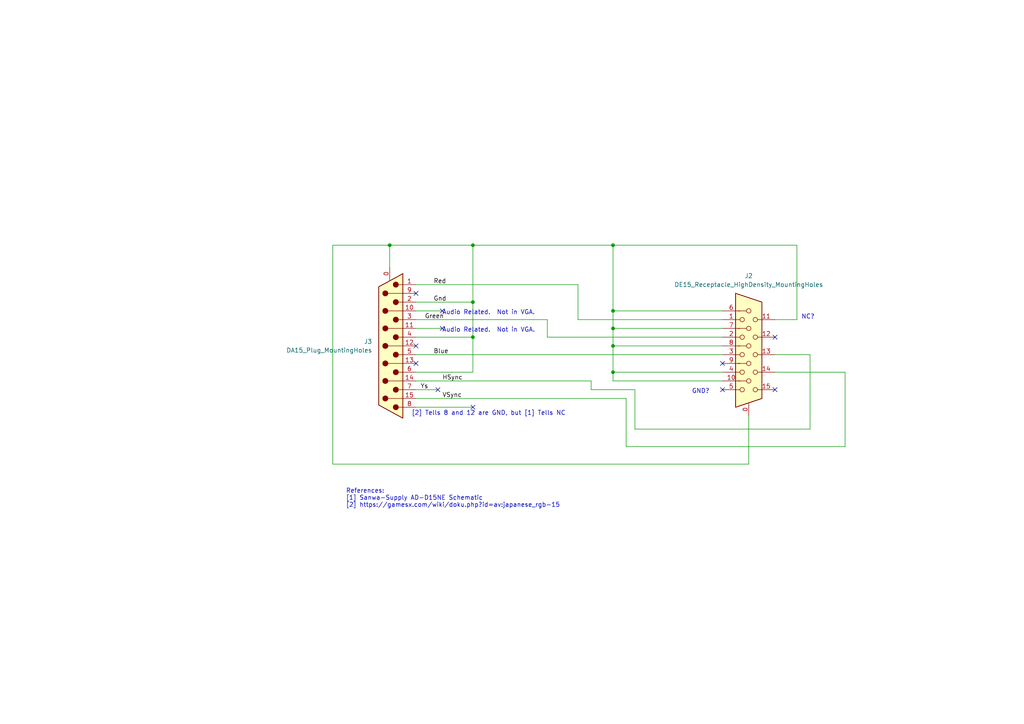
<source format=kicad_sch>
(kicad_sch (version 20230121) (generator eeschema)
  (paper "A4")
  (lib_symbols
    (symbol "Connector:DA15_Plug_MountingHoles" (pin_names (offset 1.016) hide)
      (property "Reference" "J" (at 0 24.13 0))
      (property "Value" "DA15_Plug_MountingHoles" (at 0 22.225 0))
      (symbol "DA15_Plug_MountingHoles_0_1"
        (circle (center -1.778 -17.78) (radius 0.762) (fill (type outline)))
        (circle (center -1.778 -12.7) (radius 0.762) (fill (type outline)))
        (circle (center -1.778 -7.62) (radius 0.762) (fill (type outline)))
        (circle (center -1.778 -2.54) (radius 0.762) (fill (type outline)))
        (circle (center -1.778 2.54) (radius 0.762) (fill (type outline)))
        (circle (center -1.778 7.62) (radius 0.762) (fill (type outline)))
        (circle (center -1.778 12.7) (radius 0.762) (fill (type outline)))
        (circle (center -1.778 17.78) (radius 0.762) (fill (type outline)))
        (polyline (pts (xy -3.81 -17.78) (xy -2.54 -17.78)))
        (polyline (pts (xy -3.81 -15.24) (xy 0.508 -15.24)))
        (polyline (pts (xy -3.81 -12.7) (xy -2.54 -12.7)))
        (polyline (pts (xy -3.81 -10.16) (xy 0.508 -10.16)))
        (polyline (pts (xy -3.81 -7.62) (xy -2.54 -7.62)))
        (polyline (pts (xy -3.81 -5.08) (xy 0.508 -5.08)))
        (polyline (pts (xy -3.81 -2.54) (xy -2.54 -2.54)))
        (polyline (pts (xy -3.81 0) (xy 0.508 0)))
        (polyline (pts (xy -3.81 2.54) (xy -2.54 2.54)))
        (polyline (pts (xy -3.81 5.08) (xy 0.508 5.08)))
        (polyline (pts (xy -3.81 7.62) (xy -2.54 7.62)))
        (polyline (pts (xy -3.81 10.16) (xy 0.508 10.16)))
        (polyline (pts (xy -3.81 12.7) (xy -2.54 12.7)))
        (polyline (pts (xy -3.81 15.24) (xy 0.508 15.24)))
        (polyline (pts (xy -3.81 17.78) (xy -2.54 17.78)))
        (polyline (pts (xy -3.81 -20.955) (xy 3.175 -17.145) (xy 3.175 17.145) (xy -3.81 20.955) (xy -3.81 -20.955)) (stroke (width 0.254)) (fill (type background)))
        (circle (center 1.27 -15.24) (radius 0.762) (fill (type outline)))
        (circle (center 1.27 -10.16) (radius 0.762) (fill (type outline)))
        (circle (center 1.27 -5.08) (radius 0.762) (fill (type outline)))
        (circle (center 1.27 0) (radius 0.762) (fill (type outline)))
        (circle (center 1.27 5.08) (radius 0.762) (fill (type outline)))
        (circle (center 1.27 10.16) (radius 0.762) (fill (type outline)))
        (circle (center 1.27 15.24) (radius 0.762) (fill (type outline)))
      )
      (symbol "DA15_Plug_MountingHoles_1_1"
        (pin passive line (at 0 -22.86 90) (length 3.81) (name "PAD") (number "0"))
        (pin passive line (at -7.62 -17.78 0) (length 3.81) (name "1") (number "1"))
        (pin passive line (at -7.62 -10.16 0) (length 3.81) (name "P10") (number "10"))
        (pin passive line (at -7.62 -5.08 0) (length 3.81) (name "P111") (number "11"))
        (pin passive line (at -7.62 0 0) (length 3.81) (name "P12") (number "12"))
        (pin passive line (at -7.62 5.08 0) (length 3.81) (name "P13") (number "13"))
        (pin passive line (at -7.62 10.16 0) (length 3.81) (name "P14") (number "14"))
        (pin passive line (at -7.62 15.24 0) (length 3.81) (name "P15") (number "15"))
        (pin passive line (at -7.62 -12.7 0) (length 3.81) (name "2") (number "2"))
        (pin passive line (at -7.62 -7.62 0) (length 3.81) (name "3") (number "3"))
        (pin passive line (at -7.62 -2.54 0) (length 3.81) (name "4") (number "4"))
        (pin passive line (at -7.62 2.54 0) (length 3.81) (name "5") (number "5"))
        (pin passive line (at -7.62 7.62 0) (length 3.81) (name "6") (number "6"))
        (pin passive line (at -7.62 12.7 0) (length 3.81) (name "7") (number "7"))
        (pin passive line (at -7.62 17.78 0) (length 3.81) (name "8") (number "8"))
        (pin passive line (at -7.62 -15.24 0) (length 3.81) (name "P9") (number "9"))
      )
    )
    (symbol "Connector:DE15_Receptacle_HighDensity_MountingHoles" (pin_names (offset 1.016) hide)
      (property "Reference" "J" (at 0 21.59 0))
      (property "Value" "DE15_Receptacle_HighDensity_MountingHoles" (at 0 19.05 0))
      (symbol "DE15_Receptacle_HighDensity_MountingHoles_0_1"
        (circle (center -1.905 -10.16) (radius 0.635))
        (circle (center -1.905 -5.08) (radius 0.635))
        (circle (center -1.905 0) (radius 0.635))
        (circle (center -1.905 5.08) (radius 0.635))
        (circle (center -1.905 10.16) (radius 0.635))
        (circle (center 0 -7.62) (radius 0.635))
        (circle (center 0 -2.54) (radius 0.635))
        (polyline (pts (xy -3.175 7.62) (xy -0.635 7.62)))
        (polyline (pts (xy -0.635 -7.62) (xy -3.175 -7.62)))
        (polyline (pts (xy -0.635 -2.54) (xy -3.175 -2.54)))
        (polyline (pts (xy -0.635 2.54) (xy -3.175 2.54)))
        (polyline (pts (xy -0.635 12.7) (xy -3.175 12.7)))
        (polyline (pts (xy -3.81 17.78) (xy -3.81 -15.24) (xy 3.81 -12.7) (xy 3.81 15.24) (xy -3.81 17.78)) (stroke (width 0.254)) (fill (type background)))
        (circle (center 0 2.54) (radius 0.635))
        (circle (center 0 7.62) (radius 0.635))
        (circle (center 0 12.7) (radius 0.635))
        (circle (center 1.905 -10.16) (radius 0.635))
        (circle (center 1.905 -5.08) (radius 0.635))
        (circle (center 1.905 0) (radius 0.635))
        (circle (center 1.905 5.08) (radius 0.635))
        (circle (center 1.905 10.16) (radius 0.635))
      )
      (symbol "DE15_Receptacle_HighDensity_MountingHoles_1_1"
        (pin passive line (at 0 -17.78 90) (length 3.81) (name "~") (number "0"))
        (pin passive line (at -7.62 10.16 0) (length 5.08) (name "~") (number "1"))
        (pin passive line (at -7.62 -7.62 0) (length 5.08) (name "~") (number "10"))
        (pin passive line (at 7.62 10.16 180) (length 5.08) (name "~") (number "11"))
        (pin passive line (at 7.62 5.08 180) (length 5.08) (name "~") (number "12"))
        (pin passive line (at 7.62 0 180) (length 5.08) (name "~") (number "13"))
        (pin passive line (at 7.62 -5.08 180) (length 5.08) (name "~") (number "14"))
        (pin passive line (at 7.62 -10.16 180) (length 5.08) (name "~") (number "15"))
        (pin passive line (at -7.62 5.08 0) (length 5.08) (name "~") (number "2"))
        (pin passive line (at -7.62 0 0) (length 5.08) (name "~") (number "3"))
        (pin passive line (at -7.62 -5.08 0) (length 5.08) (name "~") (number "4"))
        (pin passive line (at -7.62 -10.16 0) (length 5.08) (name "~") (number "5"))
        (pin passive line (at -7.62 12.7 0) (length 5.08) (name "~") (number "6"))
        (pin passive line (at -7.62 7.62 0) (length 5.08) (name "~") (number "7"))
        (pin passive line (at -7.62 2.54 0) (length 5.08) (name "~") (number "8"))
        (pin passive line (at -7.62 -2.54 0) (length 5.08) (name "~") (number "9"))
      )
    )
  )
  (junction (at 177.8 107.95))
  (junction (at 177.8 90.17))
  (junction (at 177.8 100.33))
  (junction (at 137.16 71.12))
  (junction (at 177.8 71.12))
  (junction (at 177.8 95.25))
  (junction (at 137.16 87.63))
  (junction (at 137.16 97.79))
  (junction (at 113.03 71.12))
  (no_connect (at 224.79 97.79))
  (no_connect (at 120.65 105.41))
  (no_connect (at 209.55 113.03))
  (no_connect (at 137.16 118.11))
  (no_connect (at 224.79 113.03))
  (no_connect (at 128.27 90.17))
  (no_connect (at 128.27 95.25))
  (no_connect (at 120.65 85.09))
  (no_connect (at 127 113.03))
  (no_connect (at 209.55 105.41))
  (no_connect (at 120.65 100.33))
  (wire (pts (xy 113.03 71.12) (xy 137.16 71.12)))
  (wire (pts (xy 177.8 71.12) (xy 137.16 71.12)))
  (wire (pts (xy 224.79 92.71) (xy 231.14 92.71)))
  (wire (pts (xy 120.65 115.57) (xy 181.61 115.57)))
  (wire (pts (xy 231.14 71.12) (xy 177.8 71.12)))
  (wire (pts (xy 120.65 107.95) (xy 137.16 107.95)))
  (wire (pts (xy 245.11 107.95) (xy 224.79 107.95)))
  (wire (pts (xy 120.65 110.49) (xy 171.45 110.49)))
  (wire (pts (xy 120.65 92.71) (xy 158.75 92.71)))
  (wire (pts (xy 158.75 97.79) (xy 209.55 97.79)))
  (wire (pts (xy 245.11 129.54) (xy 245.11 107.95)))
  (wire (pts (xy 177.8 107.95) (xy 177.8 100.33)))
  (wire (pts (xy 120.65 95.25) (xy 128.27 95.25)))
  (wire (pts (xy 184.15 113.03) (xy 184.15 124.46)))
  (wire (pts (xy 177.8 110.49) (xy 177.8 107.95)))
  (wire (pts (xy 177.8 100.33) (xy 177.8 95.25)))
  (wire (pts (xy 137.16 97.79) (xy 137.16 87.63)))
  (wire (pts (xy 120.65 97.79) (xy 137.16 97.79)))
  (wire (pts (xy 120.65 113.03) (xy 127 113.03)))
  (wire (pts (xy 167.64 82.55) (xy 167.64 92.71)))
  (wire (pts (xy 209.55 110.49) (xy 177.8 110.49)))
  (wire (pts (xy 158.75 92.71) (xy 158.75 97.79)))
  (wire (pts (xy 113.03 71.12) (xy 113.03 77.47)))
  (wire (pts (xy 209.55 107.95) (xy 177.8 107.95)))
  (wire (pts (xy 171.45 110.49) (xy 171.45 113.03)))
  (wire (pts (xy 181.61 129.54) (xy 245.11 129.54)))
  (wire (pts (xy 120.65 118.11) (xy 137.16 118.11)))
  (wire (pts (xy 120.65 102.87) (xy 209.55 102.87)))
  (wire (pts (xy 181.61 115.57) (xy 181.61 129.54)))
  (wire (pts (xy 137.16 71.12) (xy 137.16 87.63)))
  (wire (pts (xy 177.8 90.17) (xy 209.55 90.17)))
  (wire (pts (xy 120.65 90.17) (xy 128.27 90.17)))
  (wire (pts (xy 177.8 95.25) (xy 177.8 90.17)))
  (wire (pts (xy 177.8 90.17) (xy 177.8 71.12)))
  (wire (pts (xy 137.16 107.95) (xy 137.16 97.79)))
  (wire (pts (xy 177.8 95.25) (xy 209.55 95.25)))
  (wire (pts (xy 167.64 92.71) (xy 209.55 92.71)))
  (wire (pts (xy 96.52 134.62) (xy 217.17 134.62)))
  (wire (pts (xy 171.45 113.03) (xy 184.15 113.03)))
  (wire (pts (xy 177.8 100.33) (xy 209.55 100.33)))
  (wire (pts (xy 120.65 82.55) (xy 167.64 82.55)))
  (wire (pts (xy 96.52 71.12) (xy 96.52 134.62)))
  (wire (pts (xy 234.95 102.87) (xy 224.79 102.87)))
  (wire (pts (xy 113.03 71.12) (xy 96.52 71.12)))
  (wire (pts (xy 231.14 92.71) (xy 231.14 71.12)))
  (wire (pts (xy 217.17 134.62) (xy 217.17 120.65)))
  (wire (pts (xy 234.95 124.46) (xy 234.95 102.87)))
  (wire (pts (xy 184.15 124.46) (xy 234.95 124.46)))
  (wire (pts (xy 120.65 87.63) (xy 137.16 87.63)))
  (text "Audio Related.  Not in VGA." (at 128.27 91.44 0) (effects (font (size 1.27 1.27)) (justify left bottom)))
  (text "Audio Related.  Not in VGA." (at 128.27 96.52 0) (effects (font (size 1.27 1.27)) (justify left bottom)))
  (text "[2] Tells 8 and 12 are GND, but [1] Tells NC" (at 119.38 120.65 0) (effects (font (size 1.27 1.27)) (justify left bottom)))
  (text "GND?" (at 200.66 114.3 0) (effects (font (size 1.27 1.27)) (justify left bottom)))
  (text "References:  \n[1] Sanwa-Supply AD-D15NE Schematic\n[2] https://gamesx.com/wiki/doku.php?id=av:japanese_rgb-15" (at 100.33 147.32 0) (effects (font (size 1.27 1.27)) (justify left bottom)))
  (text "NC?" (at 232.41 92.71 0) (effects (font (size 1.27 1.27)) (justify left bottom)))
  (label "Blue" (at 125.73 102.87 0))
  (label "Gnd" (at 125.73 87.63 0))
  (label "Ys" (at 121.92 113.03 0))
  (label "Red" (at 125.73 82.55 0))
  (label "Green" (at 123.19 92.71 0))
  (label "VSync" (at 128.27 115.57 0))
  (label "HSync" (at 128.27 110.49 0))
  (symbol (lib_id "Connector:DE15_Receptacle_HighDensity_MountingHoles") (at 217.17 102.87 0) (unit 1)
    (property "Reference" "J2" (at 217.17 80.01 0))
    (property "Value" "DE15_Receptacle_HighDensity_MountingHoles" (at 217.17 82.55 0))
    (property "Footprint" "Connector_Dsub:DSUB-15-HD_Female_Horizontal_P2.29x1.98mm_EdgePinOffset8.35mm_Housed_MountingHolesOffset10.89mm" (effects hide))
    (property "Datasheet" " ~" (effects hide))
  )
  (symbol (lib_id "Connector:DA15_Plug_MountingHoles") (at 113.03 100.33 180) (unit 1)
    (property "Reference" "J3" (at 107.95 99.06 0) (effects (justify left)))
    (property "Value" "DA15_Plug_MountingHoles" (at 107.95 101.6 0) (effects (justify left)))
    (property "Footprint" "Connector_Dsub:DSUB-15_Male_Horizontal_P2.77x2.84mm_EdgePinOffset7.70mm_Housed_MountingHolesOffset9.12mm" (effects hide))
    (property "Datasheet" " ~" (effects hide))
  )
)
</source>
